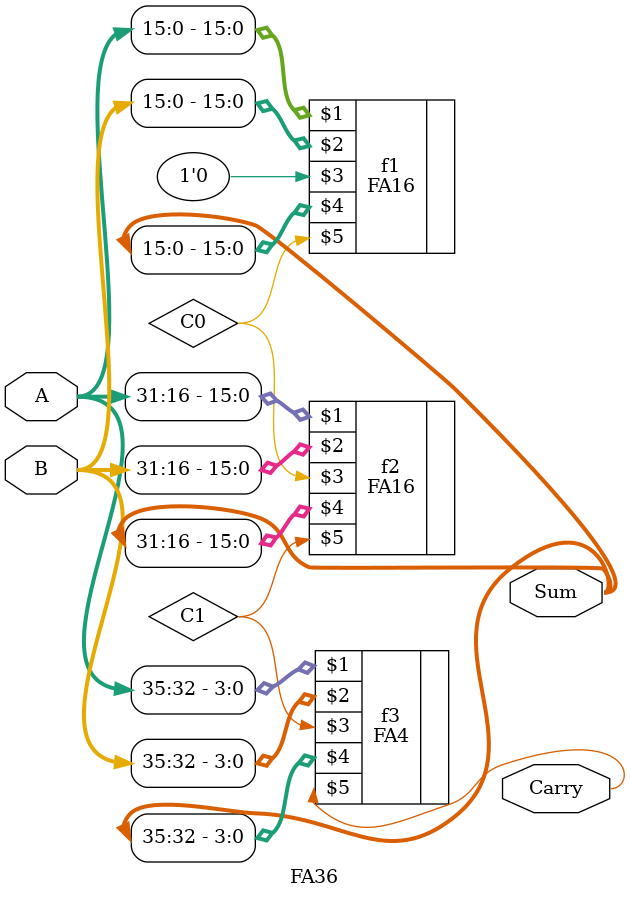
<source format=v>
`include "FullAdder16.v"

module FA36(A,B,Sum,Carry);

	input [35:0] A,B;
	//input Cin;

	output [35:0] Sum;
	output Carry;
	wire C0,C1;
	FA16 f1(A[15:0],B[15:0],1'b0,Sum[15:0],C0);
	FA16 f2(A[31:16],B[31:16],C0,Sum[31:16],C1);
	FA4 f3(A[35:32],B[35:32],C1,Sum[35:32],Carry);
	

endmodule

</source>
